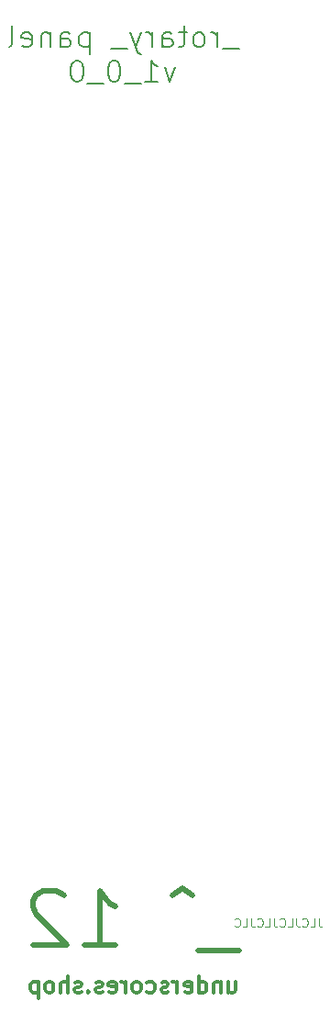
<source format=gbr>
%TF.GenerationSoftware,KiCad,Pcbnew,7.0.9*%
%TF.CreationDate,2024-05-16T21:45:13+10:00*%
%TF.ProjectId,panel,70616e65-6c2e-46b6-9963-61645f706362,rev?*%
%TF.SameCoordinates,Original*%
%TF.FileFunction,Legend,Bot*%
%TF.FilePolarity,Positive*%
%FSLAX46Y46*%
G04 Gerber Fmt 4.6, Leading zero omitted, Abs format (unit mm)*
G04 Created by KiCad (PCBNEW 7.0.9) date 2024-05-16 21:45:13*
%MOMM*%
%LPD*%
G01*
G04 APERTURE LIST*
%ADD10C,0.500000*%
%ADD11C,0.200000*%
%ADD12C,0.300000*%
%ADD13C,0.040000*%
G04 APERTURE END LIST*
D10*
X109900000Y-140963285D02*
X106090476Y-140963285D01*
X105614285Y-135963285D02*
X104661904Y-135249000D01*
X104661904Y-135249000D02*
X103709523Y-135963285D01*
X95614285Y-140487095D02*
X98471428Y-140487095D01*
X97042856Y-140487095D02*
X97042856Y-135487095D01*
X97042856Y-135487095D02*
X97519047Y-136201380D01*
X97519047Y-136201380D02*
X97995237Y-136677571D01*
X97995237Y-136677571D02*
X98471428Y-136915666D01*
X93709523Y-135963285D02*
X93471427Y-135725190D01*
X93471427Y-135725190D02*
X92995237Y-135487095D01*
X92995237Y-135487095D02*
X91804761Y-135487095D01*
X91804761Y-135487095D02*
X91328570Y-135725190D01*
X91328570Y-135725190D02*
X91090475Y-135963285D01*
X91090475Y-135963285D02*
X90852380Y-136439476D01*
X90852380Y-136439476D02*
X90852380Y-136915666D01*
X90852380Y-136915666D02*
X91090475Y-137629952D01*
X91090475Y-137629952D02*
X93947618Y-140487095D01*
X93947618Y-140487095D02*
X90852380Y-140487095D01*
D11*
X109861906Y-57895314D02*
X108338096Y-57895314D01*
X107861905Y-57704838D02*
X107861905Y-56371504D01*
X107861905Y-56752457D02*
X107766667Y-56561980D01*
X107766667Y-56561980D02*
X107671429Y-56466742D01*
X107671429Y-56466742D02*
X107480953Y-56371504D01*
X107480953Y-56371504D02*
X107290476Y-56371504D01*
X106338096Y-57704838D02*
X106528572Y-57609600D01*
X106528572Y-57609600D02*
X106623810Y-57514361D01*
X106623810Y-57514361D02*
X106719048Y-57323885D01*
X106719048Y-57323885D02*
X106719048Y-56752457D01*
X106719048Y-56752457D02*
X106623810Y-56561980D01*
X106623810Y-56561980D02*
X106528572Y-56466742D01*
X106528572Y-56466742D02*
X106338096Y-56371504D01*
X106338096Y-56371504D02*
X106052381Y-56371504D01*
X106052381Y-56371504D02*
X105861905Y-56466742D01*
X105861905Y-56466742D02*
X105766667Y-56561980D01*
X105766667Y-56561980D02*
X105671429Y-56752457D01*
X105671429Y-56752457D02*
X105671429Y-57323885D01*
X105671429Y-57323885D02*
X105766667Y-57514361D01*
X105766667Y-57514361D02*
X105861905Y-57609600D01*
X105861905Y-57609600D02*
X106052381Y-57704838D01*
X106052381Y-57704838D02*
X106338096Y-57704838D01*
X105100000Y-56371504D02*
X104338096Y-56371504D01*
X104814286Y-55704838D02*
X104814286Y-57419123D01*
X104814286Y-57419123D02*
X104719048Y-57609600D01*
X104719048Y-57609600D02*
X104528572Y-57704838D01*
X104528572Y-57704838D02*
X104338096Y-57704838D01*
X102814286Y-57704838D02*
X102814286Y-56657219D01*
X102814286Y-56657219D02*
X102909524Y-56466742D01*
X102909524Y-56466742D02*
X103100000Y-56371504D01*
X103100000Y-56371504D02*
X103480953Y-56371504D01*
X103480953Y-56371504D02*
X103671429Y-56466742D01*
X102814286Y-57609600D02*
X103004762Y-57704838D01*
X103004762Y-57704838D02*
X103480953Y-57704838D01*
X103480953Y-57704838D02*
X103671429Y-57609600D01*
X103671429Y-57609600D02*
X103766667Y-57419123D01*
X103766667Y-57419123D02*
X103766667Y-57228647D01*
X103766667Y-57228647D02*
X103671429Y-57038171D01*
X103671429Y-57038171D02*
X103480953Y-56942933D01*
X103480953Y-56942933D02*
X103004762Y-56942933D01*
X103004762Y-56942933D02*
X102814286Y-56847695D01*
X101861905Y-57704838D02*
X101861905Y-56371504D01*
X101861905Y-56752457D02*
X101766667Y-56561980D01*
X101766667Y-56561980D02*
X101671429Y-56466742D01*
X101671429Y-56466742D02*
X101480953Y-56371504D01*
X101480953Y-56371504D02*
X101290476Y-56371504D01*
X100814286Y-56371504D02*
X100338096Y-57704838D01*
X99861905Y-56371504D02*
X100338096Y-57704838D01*
X100338096Y-57704838D02*
X100528572Y-58181028D01*
X100528572Y-58181028D02*
X100623810Y-58276266D01*
X100623810Y-58276266D02*
X100814286Y-58371504D01*
X99576191Y-57895314D02*
X98052381Y-57895314D01*
X96052380Y-56371504D02*
X96052380Y-58371504D01*
X96052380Y-56466742D02*
X95861904Y-56371504D01*
X95861904Y-56371504D02*
X95480951Y-56371504D01*
X95480951Y-56371504D02*
X95290475Y-56466742D01*
X95290475Y-56466742D02*
X95195237Y-56561980D01*
X95195237Y-56561980D02*
X95099999Y-56752457D01*
X95099999Y-56752457D02*
X95099999Y-57323885D01*
X95099999Y-57323885D02*
X95195237Y-57514361D01*
X95195237Y-57514361D02*
X95290475Y-57609600D01*
X95290475Y-57609600D02*
X95480951Y-57704838D01*
X95480951Y-57704838D02*
X95861904Y-57704838D01*
X95861904Y-57704838D02*
X96052380Y-57609600D01*
X93385713Y-57704838D02*
X93385713Y-56657219D01*
X93385713Y-56657219D02*
X93480951Y-56466742D01*
X93480951Y-56466742D02*
X93671427Y-56371504D01*
X93671427Y-56371504D02*
X94052380Y-56371504D01*
X94052380Y-56371504D02*
X94242856Y-56466742D01*
X93385713Y-57609600D02*
X93576189Y-57704838D01*
X93576189Y-57704838D02*
X94052380Y-57704838D01*
X94052380Y-57704838D02*
X94242856Y-57609600D01*
X94242856Y-57609600D02*
X94338094Y-57419123D01*
X94338094Y-57419123D02*
X94338094Y-57228647D01*
X94338094Y-57228647D02*
X94242856Y-57038171D01*
X94242856Y-57038171D02*
X94052380Y-56942933D01*
X94052380Y-56942933D02*
X93576189Y-56942933D01*
X93576189Y-56942933D02*
X93385713Y-56847695D01*
X92433332Y-56371504D02*
X92433332Y-57704838D01*
X92433332Y-56561980D02*
X92338094Y-56466742D01*
X92338094Y-56466742D02*
X92147618Y-56371504D01*
X92147618Y-56371504D02*
X91861903Y-56371504D01*
X91861903Y-56371504D02*
X91671427Y-56466742D01*
X91671427Y-56466742D02*
X91576189Y-56657219D01*
X91576189Y-56657219D02*
X91576189Y-57704838D01*
X89861903Y-57609600D02*
X90052379Y-57704838D01*
X90052379Y-57704838D02*
X90433332Y-57704838D01*
X90433332Y-57704838D02*
X90623808Y-57609600D01*
X90623808Y-57609600D02*
X90719046Y-57419123D01*
X90719046Y-57419123D02*
X90719046Y-56657219D01*
X90719046Y-56657219D02*
X90623808Y-56466742D01*
X90623808Y-56466742D02*
X90433332Y-56371504D01*
X90433332Y-56371504D02*
X90052379Y-56371504D01*
X90052379Y-56371504D02*
X89861903Y-56466742D01*
X89861903Y-56466742D02*
X89766665Y-56657219D01*
X89766665Y-56657219D02*
X89766665Y-56847695D01*
X89766665Y-56847695D02*
X90719046Y-57038171D01*
X88623808Y-57704838D02*
X88814284Y-57609600D01*
X88814284Y-57609600D02*
X88909522Y-57419123D01*
X88909522Y-57419123D02*
X88909522Y-55704838D01*
X103957143Y-59591504D02*
X103480953Y-60924838D01*
X103480953Y-60924838D02*
X103004762Y-59591504D01*
X101195238Y-60924838D02*
X102338095Y-60924838D01*
X101766667Y-60924838D02*
X101766667Y-58924838D01*
X101766667Y-58924838D02*
X101957143Y-59210552D01*
X101957143Y-59210552D02*
X102147619Y-59401028D01*
X102147619Y-59401028D02*
X102338095Y-59496266D01*
X100814286Y-61115314D02*
X99290476Y-61115314D01*
X98433333Y-58924838D02*
X98242856Y-58924838D01*
X98242856Y-58924838D02*
X98052380Y-59020076D01*
X98052380Y-59020076D02*
X97957142Y-59115314D01*
X97957142Y-59115314D02*
X97861904Y-59305790D01*
X97861904Y-59305790D02*
X97766666Y-59686742D01*
X97766666Y-59686742D02*
X97766666Y-60162933D01*
X97766666Y-60162933D02*
X97861904Y-60543885D01*
X97861904Y-60543885D02*
X97957142Y-60734361D01*
X97957142Y-60734361D02*
X98052380Y-60829600D01*
X98052380Y-60829600D02*
X98242856Y-60924838D01*
X98242856Y-60924838D02*
X98433333Y-60924838D01*
X98433333Y-60924838D02*
X98623809Y-60829600D01*
X98623809Y-60829600D02*
X98719047Y-60734361D01*
X98719047Y-60734361D02*
X98814285Y-60543885D01*
X98814285Y-60543885D02*
X98909523Y-60162933D01*
X98909523Y-60162933D02*
X98909523Y-59686742D01*
X98909523Y-59686742D02*
X98814285Y-59305790D01*
X98814285Y-59305790D02*
X98719047Y-59115314D01*
X98719047Y-59115314D02*
X98623809Y-59020076D01*
X98623809Y-59020076D02*
X98433333Y-58924838D01*
X97385714Y-61115314D02*
X95861904Y-61115314D01*
X95004761Y-58924838D02*
X94814284Y-58924838D01*
X94814284Y-58924838D02*
X94623808Y-59020076D01*
X94623808Y-59020076D02*
X94528570Y-59115314D01*
X94528570Y-59115314D02*
X94433332Y-59305790D01*
X94433332Y-59305790D02*
X94338094Y-59686742D01*
X94338094Y-59686742D02*
X94338094Y-60162933D01*
X94338094Y-60162933D02*
X94433332Y-60543885D01*
X94433332Y-60543885D02*
X94528570Y-60734361D01*
X94528570Y-60734361D02*
X94623808Y-60829600D01*
X94623808Y-60829600D02*
X94814284Y-60924838D01*
X94814284Y-60924838D02*
X95004761Y-60924838D01*
X95004761Y-60924838D02*
X95195237Y-60829600D01*
X95195237Y-60829600D02*
X95290475Y-60734361D01*
X95290475Y-60734361D02*
X95385713Y-60543885D01*
X95385713Y-60543885D02*
X95480951Y-60162933D01*
X95480951Y-60162933D02*
X95480951Y-59686742D01*
X95480951Y-59686742D02*
X95385713Y-59305790D01*
X95385713Y-59305790D02*
X95290475Y-59115314D01*
X95290475Y-59115314D02*
X95195237Y-59020076D01*
X95195237Y-59020076D02*
X95004761Y-58924838D01*
D12*
X108885714Y-143878328D02*
X108885714Y-144878328D01*
X109528571Y-143878328D02*
X109528571Y-144664042D01*
X109528571Y-144664042D02*
X109457142Y-144806900D01*
X109457142Y-144806900D02*
X109314285Y-144878328D01*
X109314285Y-144878328D02*
X109099999Y-144878328D01*
X109099999Y-144878328D02*
X108957142Y-144806900D01*
X108957142Y-144806900D02*
X108885714Y-144735471D01*
X108171428Y-143878328D02*
X108171428Y-144878328D01*
X108171428Y-144021185D02*
X108099999Y-143949757D01*
X108099999Y-143949757D02*
X107957142Y-143878328D01*
X107957142Y-143878328D02*
X107742856Y-143878328D01*
X107742856Y-143878328D02*
X107599999Y-143949757D01*
X107599999Y-143949757D02*
X107528571Y-144092614D01*
X107528571Y-144092614D02*
X107528571Y-144878328D01*
X106171428Y-144878328D02*
X106171428Y-143378328D01*
X106171428Y-144806900D02*
X106314285Y-144878328D01*
X106314285Y-144878328D02*
X106599999Y-144878328D01*
X106599999Y-144878328D02*
X106742856Y-144806900D01*
X106742856Y-144806900D02*
X106814285Y-144735471D01*
X106814285Y-144735471D02*
X106885713Y-144592614D01*
X106885713Y-144592614D02*
X106885713Y-144164042D01*
X106885713Y-144164042D02*
X106814285Y-144021185D01*
X106814285Y-144021185D02*
X106742856Y-143949757D01*
X106742856Y-143949757D02*
X106599999Y-143878328D01*
X106599999Y-143878328D02*
X106314285Y-143878328D01*
X106314285Y-143878328D02*
X106171428Y-143949757D01*
X104885713Y-144806900D02*
X105028570Y-144878328D01*
X105028570Y-144878328D02*
X105314285Y-144878328D01*
X105314285Y-144878328D02*
X105457142Y-144806900D01*
X105457142Y-144806900D02*
X105528570Y-144664042D01*
X105528570Y-144664042D02*
X105528570Y-144092614D01*
X105528570Y-144092614D02*
X105457142Y-143949757D01*
X105457142Y-143949757D02*
X105314285Y-143878328D01*
X105314285Y-143878328D02*
X105028570Y-143878328D01*
X105028570Y-143878328D02*
X104885713Y-143949757D01*
X104885713Y-143949757D02*
X104814285Y-144092614D01*
X104814285Y-144092614D02*
X104814285Y-144235471D01*
X104814285Y-144235471D02*
X105528570Y-144378328D01*
X104171428Y-144878328D02*
X104171428Y-143878328D01*
X104171428Y-144164042D02*
X104099999Y-144021185D01*
X104099999Y-144021185D02*
X104028571Y-143949757D01*
X104028571Y-143949757D02*
X103885713Y-143878328D01*
X103885713Y-143878328D02*
X103742856Y-143878328D01*
X103314285Y-144806900D02*
X103171428Y-144878328D01*
X103171428Y-144878328D02*
X102885714Y-144878328D01*
X102885714Y-144878328D02*
X102742857Y-144806900D01*
X102742857Y-144806900D02*
X102671428Y-144664042D01*
X102671428Y-144664042D02*
X102671428Y-144592614D01*
X102671428Y-144592614D02*
X102742857Y-144449757D01*
X102742857Y-144449757D02*
X102885714Y-144378328D01*
X102885714Y-144378328D02*
X103100000Y-144378328D01*
X103100000Y-144378328D02*
X103242857Y-144306900D01*
X103242857Y-144306900D02*
X103314285Y-144164042D01*
X103314285Y-144164042D02*
X103314285Y-144092614D01*
X103314285Y-144092614D02*
X103242857Y-143949757D01*
X103242857Y-143949757D02*
X103100000Y-143878328D01*
X103100000Y-143878328D02*
X102885714Y-143878328D01*
X102885714Y-143878328D02*
X102742857Y-143949757D01*
X101385714Y-144806900D02*
X101528571Y-144878328D01*
X101528571Y-144878328D02*
X101814285Y-144878328D01*
X101814285Y-144878328D02*
X101957142Y-144806900D01*
X101957142Y-144806900D02*
X102028571Y-144735471D01*
X102028571Y-144735471D02*
X102099999Y-144592614D01*
X102099999Y-144592614D02*
X102099999Y-144164042D01*
X102099999Y-144164042D02*
X102028571Y-144021185D01*
X102028571Y-144021185D02*
X101957142Y-143949757D01*
X101957142Y-143949757D02*
X101814285Y-143878328D01*
X101814285Y-143878328D02*
X101528571Y-143878328D01*
X101528571Y-143878328D02*
X101385714Y-143949757D01*
X100528571Y-144878328D02*
X100671428Y-144806900D01*
X100671428Y-144806900D02*
X100742857Y-144735471D01*
X100742857Y-144735471D02*
X100814285Y-144592614D01*
X100814285Y-144592614D02*
X100814285Y-144164042D01*
X100814285Y-144164042D02*
X100742857Y-144021185D01*
X100742857Y-144021185D02*
X100671428Y-143949757D01*
X100671428Y-143949757D02*
X100528571Y-143878328D01*
X100528571Y-143878328D02*
X100314285Y-143878328D01*
X100314285Y-143878328D02*
X100171428Y-143949757D01*
X100171428Y-143949757D02*
X100100000Y-144021185D01*
X100100000Y-144021185D02*
X100028571Y-144164042D01*
X100028571Y-144164042D02*
X100028571Y-144592614D01*
X100028571Y-144592614D02*
X100100000Y-144735471D01*
X100100000Y-144735471D02*
X100171428Y-144806900D01*
X100171428Y-144806900D02*
X100314285Y-144878328D01*
X100314285Y-144878328D02*
X100528571Y-144878328D01*
X99385714Y-144878328D02*
X99385714Y-143878328D01*
X99385714Y-144164042D02*
X99314285Y-144021185D01*
X99314285Y-144021185D02*
X99242857Y-143949757D01*
X99242857Y-143949757D02*
X99099999Y-143878328D01*
X99099999Y-143878328D02*
X98957142Y-143878328D01*
X97885714Y-144806900D02*
X98028571Y-144878328D01*
X98028571Y-144878328D02*
X98314286Y-144878328D01*
X98314286Y-144878328D02*
X98457143Y-144806900D01*
X98457143Y-144806900D02*
X98528571Y-144664042D01*
X98528571Y-144664042D02*
X98528571Y-144092614D01*
X98528571Y-144092614D02*
X98457143Y-143949757D01*
X98457143Y-143949757D02*
X98314286Y-143878328D01*
X98314286Y-143878328D02*
X98028571Y-143878328D01*
X98028571Y-143878328D02*
X97885714Y-143949757D01*
X97885714Y-143949757D02*
X97814286Y-144092614D01*
X97814286Y-144092614D02*
X97814286Y-144235471D01*
X97814286Y-144235471D02*
X98528571Y-144378328D01*
X97242857Y-144806900D02*
X97100000Y-144878328D01*
X97100000Y-144878328D02*
X96814286Y-144878328D01*
X96814286Y-144878328D02*
X96671429Y-144806900D01*
X96671429Y-144806900D02*
X96600000Y-144664042D01*
X96600000Y-144664042D02*
X96600000Y-144592614D01*
X96600000Y-144592614D02*
X96671429Y-144449757D01*
X96671429Y-144449757D02*
X96814286Y-144378328D01*
X96814286Y-144378328D02*
X97028572Y-144378328D01*
X97028572Y-144378328D02*
X97171429Y-144306900D01*
X97171429Y-144306900D02*
X97242857Y-144164042D01*
X97242857Y-144164042D02*
X97242857Y-144092614D01*
X97242857Y-144092614D02*
X97171429Y-143949757D01*
X97171429Y-143949757D02*
X97028572Y-143878328D01*
X97028572Y-143878328D02*
X96814286Y-143878328D01*
X96814286Y-143878328D02*
X96671429Y-143949757D01*
X95957143Y-144735471D02*
X95885714Y-144806900D01*
X95885714Y-144806900D02*
X95957143Y-144878328D01*
X95957143Y-144878328D02*
X96028571Y-144806900D01*
X96028571Y-144806900D02*
X95957143Y-144735471D01*
X95957143Y-144735471D02*
X95957143Y-144878328D01*
X95314285Y-144806900D02*
X95171428Y-144878328D01*
X95171428Y-144878328D02*
X94885714Y-144878328D01*
X94885714Y-144878328D02*
X94742857Y-144806900D01*
X94742857Y-144806900D02*
X94671428Y-144664042D01*
X94671428Y-144664042D02*
X94671428Y-144592614D01*
X94671428Y-144592614D02*
X94742857Y-144449757D01*
X94742857Y-144449757D02*
X94885714Y-144378328D01*
X94885714Y-144378328D02*
X95100000Y-144378328D01*
X95100000Y-144378328D02*
X95242857Y-144306900D01*
X95242857Y-144306900D02*
X95314285Y-144164042D01*
X95314285Y-144164042D02*
X95314285Y-144092614D01*
X95314285Y-144092614D02*
X95242857Y-143949757D01*
X95242857Y-143949757D02*
X95100000Y-143878328D01*
X95100000Y-143878328D02*
X94885714Y-143878328D01*
X94885714Y-143878328D02*
X94742857Y-143949757D01*
X94028571Y-144878328D02*
X94028571Y-143378328D01*
X93385714Y-144878328D02*
X93385714Y-144092614D01*
X93385714Y-144092614D02*
X93457142Y-143949757D01*
X93457142Y-143949757D02*
X93599999Y-143878328D01*
X93599999Y-143878328D02*
X93814285Y-143878328D01*
X93814285Y-143878328D02*
X93957142Y-143949757D01*
X93957142Y-143949757D02*
X94028571Y-144021185D01*
X92457142Y-144878328D02*
X92599999Y-144806900D01*
X92599999Y-144806900D02*
X92671428Y-144735471D01*
X92671428Y-144735471D02*
X92742856Y-144592614D01*
X92742856Y-144592614D02*
X92742856Y-144164042D01*
X92742856Y-144164042D02*
X92671428Y-144021185D01*
X92671428Y-144021185D02*
X92599999Y-143949757D01*
X92599999Y-143949757D02*
X92457142Y-143878328D01*
X92457142Y-143878328D02*
X92242856Y-143878328D01*
X92242856Y-143878328D02*
X92099999Y-143949757D01*
X92099999Y-143949757D02*
X92028571Y-144021185D01*
X92028571Y-144021185D02*
X91957142Y-144164042D01*
X91957142Y-144164042D02*
X91957142Y-144592614D01*
X91957142Y-144592614D02*
X92028571Y-144735471D01*
X92028571Y-144735471D02*
X92099999Y-144806900D01*
X92099999Y-144806900D02*
X92242856Y-144878328D01*
X92242856Y-144878328D02*
X92457142Y-144878328D01*
X91314285Y-143878328D02*
X91314285Y-145378328D01*
X91314285Y-143949757D02*
X91171428Y-143878328D01*
X91171428Y-143878328D02*
X90885713Y-143878328D01*
X90885713Y-143878328D02*
X90742856Y-143949757D01*
X90742856Y-143949757D02*
X90671428Y-144021185D01*
X90671428Y-144021185D02*
X90599999Y-144164042D01*
X90599999Y-144164042D02*
X90599999Y-144592614D01*
X90599999Y-144592614D02*
X90671428Y-144735471D01*
X90671428Y-144735471D02*
X90742856Y-144806900D01*
X90742856Y-144806900D02*
X90885713Y-144878328D01*
X90885713Y-144878328D02*
X91171428Y-144878328D01*
X91171428Y-144878328D02*
X91314285Y-144806900D01*
D13*
X117241428Y-138012641D02*
X117241428Y-138591212D01*
X117241428Y-138591212D02*
X117279999Y-138706927D01*
X117279999Y-138706927D02*
X117357142Y-138784070D01*
X117357142Y-138784070D02*
X117472856Y-138822641D01*
X117472856Y-138822641D02*
X117549999Y-138822641D01*
X116469999Y-138822641D02*
X116855713Y-138822641D01*
X116855713Y-138822641D02*
X116855713Y-138012641D01*
X115737142Y-138745498D02*
X115775714Y-138784070D01*
X115775714Y-138784070D02*
X115891428Y-138822641D01*
X115891428Y-138822641D02*
X115968571Y-138822641D01*
X115968571Y-138822641D02*
X116084285Y-138784070D01*
X116084285Y-138784070D02*
X116161428Y-138706927D01*
X116161428Y-138706927D02*
X116199999Y-138629784D01*
X116199999Y-138629784D02*
X116238571Y-138475498D01*
X116238571Y-138475498D02*
X116238571Y-138359784D01*
X116238571Y-138359784D02*
X116199999Y-138205498D01*
X116199999Y-138205498D02*
X116161428Y-138128355D01*
X116161428Y-138128355D02*
X116084285Y-138051212D01*
X116084285Y-138051212D02*
X115968571Y-138012641D01*
X115968571Y-138012641D02*
X115891428Y-138012641D01*
X115891428Y-138012641D02*
X115775714Y-138051212D01*
X115775714Y-138051212D02*
X115737142Y-138089784D01*
X115158571Y-138012641D02*
X115158571Y-138591212D01*
X115158571Y-138591212D02*
X115197142Y-138706927D01*
X115197142Y-138706927D02*
X115274285Y-138784070D01*
X115274285Y-138784070D02*
X115389999Y-138822641D01*
X115389999Y-138822641D02*
X115467142Y-138822641D01*
X114387142Y-138822641D02*
X114772856Y-138822641D01*
X114772856Y-138822641D02*
X114772856Y-138012641D01*
X113654285Y-138745498D02*
X113692857Y-138784070D01*
X113692857Y-138784070D02*
X113808571Y-138822641D01*
X113808571Y-138822641D02*
X113885714Y-138822641D01*
X113885714Y-138822641D02*
X114001428Y-138784070D01*
X114001428Y-138784070D02*
X114078571Y-138706927D01*
X114078571Y-138706927D02*
X114117142Y-138629784D01*
X114117142Y-138629784D02*
X114155714Y-138475498D01*
X114155714Y-138475498D02*
X114155714Y-138359784D01*
X114155714Y-138359784D02*
X114117142Y-138205498D01*
X114117142Y-138205498D02*
X114078571Y-138128355D01*
X114078571Y-138128355D02*
X114001428Y-138051212D01*
X114001428Y-138051212D02*
X113885714Y-138012641D01*
X113885714Y-138012641D02*
X113808571Y-138012641D01*
X113808571Y-138012641D02*
X113692857Y-138051212D01*
X113692857Y-138051212D02*
X113654285Y-138089784D01*
X113075714Y-138012641D02*
X113075714Y-138591212D01*
X113075714Y-138591212D02*
X113114285Y-138706927D01*
X113114285Y-138706927D02*
X113191428Y-138784070D01*
X113191428Y-138784070D02*
X113307142Y-138822641D01*
X113307142Y-138822641D02*
X113384285Y-138822641D01*
X112304285Y-138822641D02*
X112689999Y-138822641D01*
X112689999Y-138822641D02*
X112689999Y-138012641D01*
X111571428Y-138745498D02*
X111610000Y-138784070D01*
X111610000Y-138784070D02*
X111725714Y-138822641D01*
X111725714Y-138822641D02*
X111802857Y-138822641D01*
X111802857Y-138822641D02*
X111918571Y-138784070D01*
X111918571Y-138784070D02*
X111995714Y-138706927D01*
X111995714Y-138706927D02*
X112034285Y-138629784D01*
X112034285Y-138629784D02*
X112072857Y-138475498D01*
X112072857Y-138475498D02*
X112072857Y-138359784D01*
X112072857Y-138359784D02*
X112034285Y-138205498D01*
X112034285Y-138205498D02*
X111995714Y-138128355D01*
X111995714Y-138128355D02*
X111918571Y-138051212D01*
X111918571Y-138051212D02*
X111802857Y-138012641D01*
X111802857Y-138012641D02*
X111725714Y-138012641D01*
X111725714Y-138012641D02*
X111610000Y-138051212D01*
X111610000Y-138051212D02*
X111571428Y-138089784D01*
X110992857Y-138012641D02*
X110992857Y-138591212D01*
X110992857Y-138591212D02*
X111031428Y-138706927D01*
X111031428Y-138706927D02*
X111108571Y-138784070D01*
X111108571Y-138784070D02*
X111224285Y-138822641D01*
X111224285Y-138822641D02*
X111301428Y-138822641D01*
X110221428Y-138822641D02*
X110607142Y-138822641D01*
X110607142Y-138822641D02*
X110607142Y-138012641D01*
X109488571Y-138745498D02*
X109527143Y-138784070D01*
X109527143Y-138784070D02*
X109642857Y-138822641D01*
X109642857Y-138822641D02*
X109720000Y-138822641D01*
X109720000Y-138822641D02*
X109835714Y-138784070D01*
X109835714Y-138784070D02*
X109912857Y-138706927D01*
X109912857Y-138706927D02*
X109951428Y-138629784D01*
X109951428Y-138629784D02*
X109990000Y-138475498D01*
X109990000Y-138475498D02*
X109990000Y-138359784D01*
X109990000Y-138359784D02*
X109951428Y-138205498D01*
X109951428Y-138205498D02*
X109912857Y-138128355D01*
X109912857Y-138128355D02*
X109835714Y-138051212D01*
X109835714Y-138051212D02*
X109720000Y-138012641D01*
X109720000Y-138012641D02*
X109642857Y-138012641D01*
X109642857Y-138012641D02*
X109527143Y-138051212D01*
X109527143Y-138051212D02*
X109488571Y-138089784D01*
M02*

</source>
